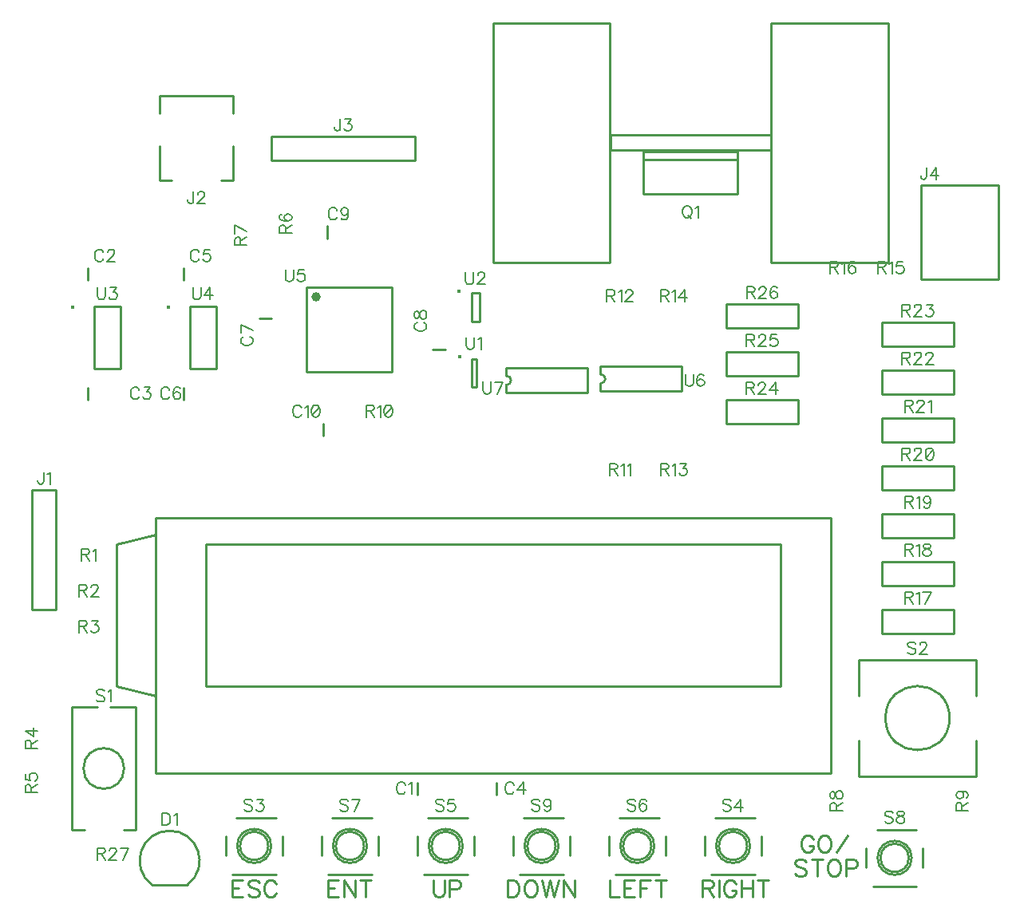
<source format=gto>
G04 DipTrace 2.3.1.0*
%INcurrent-drain.gto*%
%MOIN*%
%ADD10C,0.0098*%
%ADD41C,0.0154*%
%ADD46C,0.0394*%
%ADD120C,0.0077*%
%ADD121C,0.0108*%
%FSLAX44Y44*%
G04*
G70*
G90*
G75*
G01*
%LNTopSilk*%
%LPD*%
X20651Y8559D2*
D10*
Y9071D1*
X6901Y30059D2*
Y30571D1*
Y25059D2*
Y25571D1*
X23976Y9071D2*
Y8559D1*
X10901Y30059D2*
Y30571D1*
Y25059D2*
Y25571D1*
X14059Y28479D2*
X14571D1*
X21821Y27151D2*
X21309D1*
X16901Y31809D2*
Y32321D1*
X16729Y24071D2*
Y23559D1*
X11064Y4815D2*
X9566D1*
X11067Y4817D2*
G03X9563Y4817I-752J998D01*
G01*
X35416Y35506D2*
X28714D1*
Y36124D1*
X35416D1*
Y35506D1*
X40315Y30815D2*
X35431D1*
Y40815D1*
X40315D1*
Y30815D1*
X28699D2*
X23815D1*
Y40815D1*
X28699D1*
Y30815D1*
X4565Y16315D2*
X5565D1*
X4565Y21315D2*
Y16315D1*
X5565Y21315D2*
Y16315D1*
X4565Y21315D2*
X5565D1*
X12970Y37780D2*
X9900D1*
X12970Y35654D2*
Y34236D1*
X9900Y35654D2*
Y34236D1*
X12970Y37780D2*
Y37032D1*
X9900Y37780D2*
Y37032D1*
X12970Y34236D2*
X12478D1*
X10392D2*
X9900D1*
X14565Y35065D2*
X20565D1*
X14565Y36065D2*
X20565D1*
X14565Y35065D2*
Y36065D1*
X20565Y35065D2*
Y36065D1*
X44929Y34049D2*
X41701D1*
Y30112D1*
X44929D1*
Y34049D1*
X9728Y20130D2*
X37915D1*
Y9460D1*
X9728D1*
Y20130D1*
X11814Y19047D2*
X35829D1*
Y13102D1*
X11814D1*
Y19047D1*
X9728Y19441D2*
X8112Y19047D1*
Y13102D1*
X9728Y12708D1*
X30096Y35440D2*
X34034D1*
Y33669D1*
X30096D1*
Y35440D1*
Y35086D2*
X34034D1*
X40064Y16315D2*
X43066D1*
Y15315D2*
Y16315D1*
X40064Y15315D2*
X43066D1*
X40064D2*
Y16315D1*
Y18315D2*
X43066D1*
Y17315D2*
Y18315D1*
X40064Y17315D2*
X43066D1*
X40064D2*
Y18315D1*
Y20315D2*
X43066D1*
Y19315D2*
Y20315D1*
X40064Y19315D2*
X43066D1*
X40064D2*
Y20315D1*
Y22315D2*
X43066D1*
Y21315D2*
Y22315D1*
X40064Y21315D2*
X43066D1*
X40064D2*
Y22315D1*
Y24315D2*
X43066D1*
Y23315D2*
Y24315D1*
X40064Y23315D2*
X43066D1*
X40064D2*
Y24315D1*
Y26315D2*
X43066D1*
Y25315D2*
Y26315D1*
X40064Y25315D2*
X43066D1*
X40064D2*
Y26315D1*
Y28315D2*
X43066D1*
Y27315D2*
Y28315D1*
X40064Y27315D2*
X43066D1*
X40064D2*
Y28315D1*
X33564Y25065D2*
X36566D1*
Y24065D2*
Y25065D1*
X33564Y24065D2*
X36566D1*
X33564D2*
Y25065D1*
Y27065D2*
X36566D1*
Y26065D2*
Y27065D1*
X33564Y26065D2*
X36566D1*
X33564D2*
Y27065D1*
Y29065D2*
X36566D1*
Y28065D2*
Y29065D1*
X33564Y28065D2*
X36566D1*
X33564D2*
Y29065D1*
X6226Y12224D2*
X7290D1*
X6718Y9665D2*
G02X6718Y9665I847J0D01*
G01*
X6778Y7106D2*
X6226D1*
Y7146D2*
Y12224D1*
X7840D2*
X8904D1*
Y7106D1*
X8392D1*
X40210Y11768D2*
G02X40210Y11768I1339J0D01*
G01*
X39108Y14209D2*
X43990D1*
X39108D2*
Y12712D1*
Y10823D2*
Y9327D1*
X43990D1*
Y14209D2*
Y12712D1*
Y10823D2*
Y9327D1*
X13136Y6429D2*
G02X13136Y6429I709J0D01*
G01*
X12939Y5248D2*
X14750D1*
X15026Y6035D2*
Y6823D1*
X14750Y7610D2*
X13097D1*
X12663Y6823D2*
Y6035D1*
X13254Y6429D2*
G02X13254Y6429I590J0D01*
G01*
X33136D2*
G02X33136Y6429I709J0D01*
G01*
X32939Y5248D2*
X34750D1*
X35026Y6035D2*
Y6823D1*
X34750Y7610D2*
X33097D1*
X32663Y6823D2*
Y6035D1*
X33254Y6429D2*
G02X33254Y6429I590J0D01*
G01*
X21136D2*
G02X21136Y6429I709J0D01*
G01*
X20939Y5248D2*
X22750D1*
X23026Y6035D2*
Y6823D1*
X22750Y7610D2*
X21097D1*
X20663Y6823D2*
Y6035D1*
X21254Y6429D2*
G02X21254Y6429I590J0D01*
G01*
X29136D2*
G02X29136Y6429I709J0D01*
G01*
X28939Y5248D2*
X30750D1*
X31026Y6035D2*
Y6823D1*
X30750Y7610D2*
X29097D1*
X28663Y6823D2*
Y6035D1*
X29254Y6429D2*
G02X29254Y6429I590J0D01*
G01*
X17136D2*
G02X17136Y6429I709J0D01*
G01*
X16939Y5248D2*
X18750D1*
X19026Y6035D2*
Y6823D1*
X18750Y7610D2*
X17097D1*
X16663Y6823D2*
Y6035D1*
X17254Y6429D2*
G02X17254Y6429I590J0D01*
G01*
X39886Y5929D2*
G02X39886Y5929I709J0D01*
G01*
X39689Y4748D2*
X41500D1*
X41776Y5535D2*
Y6323D1*
X41500Y7110D2*
X39847D1*
X39413Y6323D2*
Y5535D1*
X40004Y5929D2*
G02X40004Y5929I590J0D01*
G01*
X25136Y6429D2*
G02X25136Y6429I709J0D01*
G01*
X24939Y5248D2*
X26750D1*
X27026Y6035D2*
Y6823D1*
X26750Y7610D2*
X25097D1*
X24663Y6823D2*
Y6035D1*
X25254Y6429D2*
G02X25254Y6429I590J0D01*
G01*
D41*
X22418Y26873D3*
X22919Y26781D2*
D10*
Y25600D1*
X23116D1*
Y26781D1*
X22919D1*
D41*
X22399Y29584D3*
X22939Y29532D2*
D10*
Y28350D1*
X23254Y29532D2*
Y28350D1*
X22939D2*
X23254D1*
X22939Y29532D2*
X23254D1*
D41*
X6263Y28948D3*
X7156Y28959D2*
D10*
Y26360D1*
X8258Y28959D2*
Y26360D1*
X7156D2*
X8258D1*
X7156Y28959D2*
X8258D1*
D41*
X10263Y28948D3*
X11156Y28959D2*
D10*
Y26360D1*
X12258Y28959D2*
Y26360D1*
X11156D2*
X12258D1*
X11156Y28959D2*
X12258D1*
X16038Y29762D2*
X19581D1*
Y26219D1*
X16038D1*
Y29762D1*
D46*
X16431Y29368D3*
X28309Y25429D2*
D10*
X31695D1*
X28309Y26453D2*
X31695D1*
Y25429D2*
Y26453D1*
X28309Y25429D2*
Y25744D1*
Y26138D2*
Y26453D1*
Y25744D2*
G03X28309Y26138I0J197D01*
G01*
X24372Y25366D2*
X27758D1*
X24372Y26390D2*
X27758D1*
Y25366D2*
Y26390D1*
X24372Y25366D2*
Y25681D1*
Y26075D2*
Y26390D1*
Y25681D2*
G03X24372Y26075I0J197D01*
G01*
X20152Y8973D2*
D120*
X20129Y9021D1*
X20081Y9069D1*
X20033Y9093D1*
X19937D1*
X19889Y9069D1*
X19842Y9021D1*
X19817Y8973D1*
X19794Y8901D1*
Y8781D1*
X19817Y8710D1*
X19842Y8662D1*
X19889Y8614D1*
X19937Y8590D1*
X20033D1*
X20081Y8614D1*
X20129Y8662D1*
X20152Y8710D1*
X20307Y8996D2*
X20355Y9021D1*
X20427Y9092D1*
Y8590D1*
X7545Y31223D2*
X7521Y31271D1*
X7473Y31319D1*
X7426Y31343D1*
X7330D1*
X7282Y31319D1*
X7234Y31271D1*
X7210Y31223D1*
X7186Y31151D1*
Y31031D1*
X7210Y30960D1*
X7234Y30912D1*
X7282Y30864D1*
X7330Y30840D1*
X7426D1*
X7473Y30864D1*
X7521Y30912D1*
X7545Y30960D1*
X7724Y31223D2*
Y31246D1*
X7747Y31294D1*
X7771Y31318D1*
X7819Y31342D1*
X7915D1*
X7962Y31318D1*
X7986Y31294D1*
X8010Y31246D1*
Y31199D1*
X7986Y31151D1*
X7939Y31079D1*
X7699Y30840D1*
X8034D1*
X9045Y25473D2*
X9021Y25521D1*
X8973Y25569D1*
X8926Y25593D1*
X8830D1*
X8782Y25569D1*
X8734Y25521D1*
X8710Y25473D1*
X8686Y25401D1*
Y25281D1*
X8710Y25210D1*
X8734Y25162D1*
X8782Y25114D1*
X8830Y25090D1*
X8926D1*
X8973Y25114D1*
X9021Y25162D1*
X9045Y25210D1*
X9247Y25592D2*
X9510D1*
X9367Y25401D1*
X9439D1*
X9486Y25377D1*
X9510Y25353D1*
X9534Y25281D1*
Y25234D1*
X9510Y25162D1*
X9462Y25114D1*
X9391Y25090D1*
X9319D1*
X9247Y25114D1*
X9224Y25138D1*
X9199Y25186D1*
X24691Y8973D2*
X24667Y9021D1*
X24619Y9069D1*
X24571Y9093D1*
X24476D1*
X24427Y9069D1*
X24380Y9021D1*
X24356Y8973D1*
X24332Y8901D1*
Y8781D1*
X24356Y8710D1*
X24380Y8662D1*
X24427Y8614D1*
X24476Y8590D1*
X24571D1*
X24619Y8614D1*
X24667Y8662D1*
X24691Y8710D1*
X25084Y8590D2*
Y9092D1*
X24845Y8758D1*
X25204D1*
X11545Y31223D2*
X11521Y31271D1*
X11473Y31319D1*
X11426Y31343D1*
X11330D1*
X11282Y31319D1*
X11234Y31271D1*
X11210Y31223D1*
X11186Y31151D1*
Y31031D1*
X11210Y30960D1*
X11234Y30912D1*
X11282Y30864D1*
X11330Y30840D1*
X11426D1*
X11473Y30864D1*
X11521Y30912D1*
X11545Y30960D1*
X11986Y31342D2*
X11747D1*
X11724Y31127D1*
X11747Y31151D1*
X11819Y31175D1*
X11891D1*
X11962Y31151D1*
X12010Y31103D1*
X12034Y31031D1*
Y30984D1*
X12010Y30912D1*
X11962Y30864D1*
X11891Y30840D1*
X11819D1*
X11747Y30864D1*
X11724Y30888D1*
X11699Y30936D1*
X10307Y25473D2*
X10283Y25521D1*
X10235Y25569D1*
X10188Y25593D1*
X10092D1*
X10044Y25569D1*
X9996Y25521D1*
X9972Y25473D1*
X9948Y25401D1*
Y25281D1*
X9972Y25210D1*
X9996Y25162D1*
X10044Y25114D1*
X10092Y25090D1*
X10188D1*
X10235Y25114D1*
X10283Y25162D1*
X10307Y25210D1*
X10748Y25521D2*
X10725Y25568D1*
X10653Y25592D1*
X10605D1*
X10533Y25568D1*
X10485Y25496D1*
X10461Y25377D1*
Y25258D1*
X10485Y25162D1*
X10533Y25114D1*
X10605Y25090D1*
X10629D1*
X10700Y25114D1*
X10748Y25162D1*
X10772Y25234D1*
Y25258D1*
X10748Y25329D1*
X10700Y25377D1*
X10629Y25401D1*
X10605D1*
X10533Y25377D1*
X10485Y25329D1*
X10461Y25258D1*
X13407Y27704D2*
X13359Y27681D1*
X13311Y27633D1*
X13287Y27585D1*
Y27489D1*
X13311Y27441D1*
X13359Y27394D1*
X13407Y27370D1*
X13479Y27346D1*
X13599D1*
X13670Y27370D1*
X13718Y27394D1*
X13766Y27441D1*
X13790Y27489D1*
Y27585D1*
X13766Y27633D1*
X13718Y27681D1*
X13670Y27704D1*
X13790Y27954D2*
X13288Y28194D1*
Y27859D1*
X20657Y28295D2*
X20609Y28271D1*
X20561Y28223D1*
X20537Y28176D1*
Y28080D1*
X20561Y28032D1*
X20609Y27985D1*
X20657Y27960D1*
X20729Y27936D1*
X20849D1*
X20920Y27960D1*
X20968Y27985D1*
X21016Y28032D1*
X21040Y28080D1*
Y28176D1*
X21016Y28223D1*
X20968Y28271D1*
X20920Y28295D1*
X20538Y28569D2*
X20562Y28498D1*
X20609Y28473D1*
X20657D1*
X20705Y28498D1*
X20729Y28545D1*
X20753Y28641D1*
X20777Y28713D1*
X20825Y28760D1*
X20872Y28784D1*
X20944D1*
X20992Y28760D1*
X21016Y28736D1*
X21040Y28665D1*
Y28569D1*
X21016Y28498D1*
X20992Y28473D1*
X20944Y28450D1*
X20872D1*
X20825Y28473D1*
X20777Y28521D1*
X20753Y28593D1*
X20729Y28688D1*
X20705Y28736D1*
X20657Y28760D1*
X20609D1*
X20562Y28736D1*
X20538Y28665D1*
Y28569D1*
X17307Y32973D2*
X17283Y33021D1*
X17235Y33069D1*
X17187Y33093D1*
X17092D1*
X17044Y33069D1*
X16996Y33021D1*
X16972Y32973D1*
X16948Y32901D1*
Y32781D1*
X16972Y32710D1*
X16996Y32662D1*
X17044Y32614D1*
X17092Y32590D1*
X17187D1*
X17235Y32614D1*
X17283Y32662D1*
X17307Y32710D1*
X17772Y32925D2*
X17748Y32853D1*
X17700Y32805D1*
X17629Y32781D1*
X17605D1*
X17533Y32805D1*
X17485Y32853D1*
X17461Y32925D1*
Y32949D1*
X17485Y33021D1*
X17533Y33068D1*
X17605Y33092D1*
X17629D1*
X17700Y33068D1*
X17748Y33021D1*
X17772Y32925D1*
Y32805D1*
X17748Y32686D1*
X17700Y32614D1*
X17629Y32590D1*
X17581D1*
X17509Y32614D1*
X17485Y32662D1*
X15817Y24723D2*
X15794Y24771D1*
X15745Y24819D1*
X15698Y24843D1*
X15602D1*
X15554Y24819D1*
X15507Y24771D1*
X15482Y24723D1*
X15459Y24651D1*
Y24531D1*
X15482Y24460D1*
X15507Y24412D1*
X15554Y24364D1*
X15602Y24340D1*
X15698D1*
X15745Y24364D1*
X15794Y24412D1*
X15817Y24460D1*
X15972Y24746D2*
X16020Y24771D1*
X16092Y24842D1*
Y24340D1*
X16390Y24842D2*
X16318Y24818D1*
X16270Y24746D1*
X16246Y24627D1*
Y24555D1*
X16270Y24436D1*
X16318Y24364D1*
X16390Y24340D1*
X16437D1*
X16509Y24364D1*
X16557Y24436D1*
X16581Y24555D1*
Y24627D1*
X16557Y24746D1*
X16509Y24818D1*
X16437Y24842D1*
X16390D1*
X16557Y24746D2*
X16270Y24436D1*
X10010Y7797D2*
Y7295D1*
X10178D1*
X10250Y7319D1*
X10298Y7367D1*
X10322Y7415D1*
X10345Y7486D1*
Y7606D1*
X10322Y7678D1*
X10298Y7725D1*
X10250Y7774D1*
X10178Y7797D1*
X10010D1*
X10500Y7701D2*
X10548Y7725D1*
X10620Y7797D1*
Y7295D1*
X5047Y22047D2*
Y21665D1*
X5024Y21593D1*
X4999Y21569D1*
X4952Y21545D1*
X4904D1*
X4856Y21569D1*
X4832Y21593D1*
X4808Y21665D1*
Y21712D1*
X5202Y21951D2*
X5250Y21975D1*
X5322Y22047D1*
Y21545D1*
X11310Y33762D2*
Y33379D1*
X11286Y33308D1*
X11262Y33284D1*
X11214Y33260D1*
X11166D1*
X11119Y33284D1*
X11095Y33308D1*
X11071Y33379D1*
Y33427D1*
X11489Y33642D2*
Y33666D1*
X11513Y33714D1*
X11536Y33738D1*
X11584Y33761D1*
X11680D1*
X11728Y33738D1*
X11751Y33714D1*
X11776Y33666D1*
Y33618D1*
X11751Y33570D1*
X11704Y33499D1*
X11464Y33260D1*
X11799D1*
X17440Y36797D2*
Y36415D1*
X17416Y36343D1*
X17392Y36319D1*
X17344Y36295D1*
X17296D1*
X17249Y36319D1*
X17225Y36343D1*
X17201Y36415D1*
Y36462D1*
X17642Y36797D2*
X17905D1*
X17762Y36605D1*
X17834D1*
X17881Y36582D1*
X17905Y36558D1*
X17929Y36486D1*
Y36439D1*
X17905Y36367D1*
X17857Y36319D1*
X17786Y36295D1*
X17714D1*
X17642Y36319D1*
X17619Y36343D1*
X17594Y36390D1*
X41928Y34781D2*
Y34399D1*
X41904Y34327D1*
X41880Y34303D1*
X41832Y34279D1*
X41784D1*
X41737Y34303D1*
X41713Y34327D1*
X41689Y34399D1*
Y34447D1*
X42322Y34279D2*
Y34781D1*
X42083Y34447D1*
X42441D1*
X31880Y33173D2*
X31832Y33150D1*
X31784Y33101D1*
X31761Y33053D1*
X31736Y32981D1*
Y32862D1*
X31761Y32790D1*
X31784Y32743D1*
X31832Y32695D1*
X31880Y32671D1*
X31976D1*
X32024Y32695D1*
X32071Y32743D1*
X32095Y32790D1*
X32119Y32862D1*
Y32981D1*
X32095Y33053D1*
X32071Y33101D1*
X32024Y33150D1*
X31976Y33173D1*
X31880D1*
X31952Y32766D2*
X32095Y32623D1*
X32274Y33077D2*
X32322Y33101D1*
X32394Y33172D1*
Y32670D1*
X6634Y18603D2*
X6849D1*
X6921Y18628D1*
X6946Y18651D1*
X6969Y18699D1*
Y18747D1*
X6946Y18794D1*
X6921Y18819D1*
X6849Y18843D1*
X6634D1*
Y18340D1*
X6802Y18603D2*
X6969Y18340D1*
X7124Y18746D2*
X7172Y18771D1*
X7244Y18842D1*
Y18340D1*
X6527Y17103D2*
X6742D1*
X6814Y17128D1*
X6838Y17151D1*
X6862Y17199D1*
Y17247D1*
X6838Y17294D1*
X6814Y17319D1*
X6742Y17343D1*
X6527D1*
Y16840D1*
X6694Y17103D2*
X6862Y16840D1*
X7041Y17223D2*
Y17246D1*
X7064Y17294D1*
X7088Y17318D1*
X7136Y17342D1*
X7232D1*
X7279Y17318D1*
X7303Y17294D1*
X7327Y17246D1*
Y17199D1*
X7303Y17151D1*
X7256Y17079D1*
X7016Y16840D1*
X7351D1*
X6527Y15603D2*
X6742D1*
X6814Y15628D1*
X6838Y15651D1*
X6862Y15699D1*
Y15747D1*
X6838Y15794D1*
X6814Y15819D1*
X6742Y15843D1*
X6527D1*
Y15340D1*
X6694Y15603D2*
X6862Y15340D1*
X7064Y15842D2*
X7327D1*
X7184Y15651D1*
X7256D1*
X7303Y15627D1*
X7327Y15603D1*
X7351Y15531D1*
Y15484D1*
X7327Y15412D1*
X7279Y15364D1*
X7207Y15340D1*
X7136D1*
X7064Y15364D1*
X7041Y15388D1*
X7016Y15436D1*
X4527Y10515D2*
Y10730D1*
X4502Y10802D1*
X4479Y10826D1*
X4431Y10850D1*
X4383D1*
X4336Y10826D1*
X4311Y10802D1*
X4287Y10730D1*
Y10515D1*
X4790D1*
X4527Y10682D2*
X4790Y10850D1*
Y11244D2*
X4288D1*
X4622Y11004D1*
Y11363D1*
X4528Y8651D2*
Y8866D1*
X4503Y8938D1*
X4480Y8962D1*
X4432Y8986D1*
X4384D1*
X4337Y8962D1*
X4312Y8938D1*
X4288Y8866D1*
Y8651D1*
X4791D1*
X4528Y8818D2*
X4791Y8986D1*
X4289Y9427D2*
Y9188D1*
X4504Y9165D1*
X4480Y9188D1*
X4456Y9260D1*
Y9331D1*
X4480Y9403D1*
X4528Y9451D1*
X4600Y9475D1*
X4647D1*
X4719Y9451D1*
X4767Y9403D1*
X4791Y9331D1*
Y9260D1*
X4767Y9188D1*
X4743Y9165D1*
X4695Y9140D1*
X15152Y32039D2*
Y32254D1*
X15127Y32326D1*
X15104Y32350D1*
X15056Y32374D1*
X15008D1*
X14961Y32350D1*
X14936Y32326D1*
X14912Y32254D1*
Y32039D1*
X15415D1*
X15152Y32207D2*
X15415Y32374D1*
X14984Y32815D2*
X14937Y32791D1*
X14913Y32720D1*
Y32672D1*
X14937Y32600D1*
X15009Y32552D1*
X15128Y32528D1*
X15247D1*
X15343Y32552D1*
X15391Y32600D1*
X15415Y32672D1*
Y32696D1*
X15391Y32767D1*
X15343Y32815D1*
X15271Y32839D1*
X15247D1*
X15176Y32815D1*
X15128Y32767D1*
X15104Y32696D1*
Y32672D1*
X15128Y32600D1*
X15176Y32552D1*
X15247Y32528D1*
X13277Y31527D2*
Y31742D1*
X13252Y31814D1*
X13229Y31838D1*
X13181Y31862D1*
X13133D1*
X13086Y31838D1*
X13061Y31814D1*
X13037Y31742D1*
Y31527D1*
X13540D1*
X13277Y31694D2*
X13540Y31862D1*
Y32112D2*
X13038Y32351D1*
Y32016D1*
X38151Y7903D2*
Y8118D1*
X38127Y8190D1*
X38103Y8214D1*
X38055Y8238D1*
X38007D1*
X37960Y8214D1*
X37935Y8190D1*
X37912Y8118D1*
Y7903D1*
X38414D1*
X38151Y8071D2*
X38414Y8238D1*
X37912Y8512D2*
X37936Y8441D1*
X37983Y8416D1*
X38031D1*
X38079Y8441D1*
X38103Y8488D1*
X38127Y8584D1*
X38151Y8656D1*
X38199Y8703D1*
X38246Y8727D1*
X38318D1*
X38366Y8703D1*
X38390Y8679D1*
X38414Y8607D1*
Y8512D1*
X38390Y8441D1*
X38366Y8416D1*
X38318Y8392D1*
X38246D1*
X38199Y8416D1*
X38151Y8464D1*
X38127Y8536D1*
X38103Y8631D1*
X38079Y8679D1*
X38031Y8703D1*
X37983D1*
X37936Y8679D1*
X37912Y8607D1*
Y8512D1*
X43401Y7915D2*
Y8130D1*
X43377Y8202D1*
X43353Y8226D1*
X43305Y8250D1*
X43257D1*
X43210Y8226D1*
X43185Y8202D1*
X43162Y8130D1*
Y7915D1*
X43664D1*
X43401Y8082D2*
X43664Y8250D1*
X43329Y8715D2*
X43401Y8691D1*
X43449Y8643D1*
X43473Y8572D1*
Y8548D1*
X43449Y8476D1*
X43401Y8428D1*
X43329Y8404D1*
X43305D1*
X43233Y8428D1*
X43186Y8476D1*
X43162Y8548D1*
Y8572D1*
X43186Y8643D1*
X43233Y8691D1*
X43329Y8715D1*
X43449D1*
X43568Y8691D1*
X43640Y8643D1*
X43664Y8572D1*
Y8524D1*
X43640Y8452D1*
X43592Y8428D1*
X18517Y24603D2*
X18732D1*
X18804Y24628D1*
X18828Y24651D1*
X18852Y24699D1*
Y24747D1*
X18828Y24794D1*
X18804Y24819D1*
X18732Y24843D1*
X18517D1*
Y24340D1*
X18684Y24603D2*
X18852Y24340D1*
X19006Y24746D2*
X19054Y24771D1*
X19126Y24842D1*
Y24340D1*
X19424Y24842D2*
X19352Y24818D1*
X19304Y24746D1*
X19280Y24627D1*
Y24555D1*
X19304Y24436D1*
X19352Y24364D1*
X19424Y24340D1*
X19472D1*
X19543Y24364D1*
X19591Y24436D1*
X19615Y24555D1*
Y24627D1*
X19591Y24746D1*
X19543Y24818D1*
X19472Y24842D1*
X19424D1*
X19591Y24746D2*
X19304Y24436D1*
X28684Y22166D2*
X28899D1*
X28971Y22190D1*
X28995Y22214D1*
X29019Y22262D1*
Y22310D1*
X28995Y22357D1*
X28971Y22382D1*
X28899Y22405D1*
X28684D1*
Y21903D1*
X28852Y22166D2*
X29019Y21903D1*
X29174Y22309D2*
X29222Y22334D1*
X29293Y22405D1*
Y21903D1*
X29448Y22309D2*
X29496Y22334D1*
X29568Y22405D1*
Y21903D1*
X28577Y29416D2*
X28792D1*
X28864Y29440D1*
X28888Y29464D1*
X28912Y29512D1*
Y29560D1*
X28888Y29607D1*
X28864Y29632D1*
X28792Y29655D1*
X28577D1*
Y29153D1*
X28744Y29416D2*
X28912Y29153D1*
X29066Y29559D2*
X29114Y29584D1*
X29186Y29655D1*
Y29153D1*
X29365Y29536D2*
Y29559D1*
X29388Y29607D1*
X29412Y29631D1*
X29460Y29655D1*
X29556D1*
X29603Y29631D1*
X29627Y29607D1*
X29652Y29559D1*
Y29512D1*
X29627Y29464D1*
X29580Y29392D1*
X29340Y29153D1*
X29675D1*
X30827Y22166D2*
X31042D1*
X31114Y22190D1*
X31138Y22214D1*
X31162Y22262D1*
Y22310D1*
X31138Y22357D1*
X31114Y22382D1*
X31042Y22405D1*
X30827D1*
Y21903D1*
X30994Y22166D2*
X31162Y21903D1*
X31316Y22309D2*
X31364Y22334D1*
X31436Y22405D1*
Y21903D1*
X31638Y22405D2*
X31901D1*
X31758Y22214D1*
X31830D1*
X31877Y22190D1*
X31901Y22166D1*
X31925Y22094D1*
Y22047D1*
X31901Y21975D1*
X31853Y21927D1*
X31782Y21903D1*
X31710D1*
X31638Y21927D1*
X31615Y21951D1*
X31590Y21999D1*
X30815Y29416D2*
X31030D1*
X31102Y29440D1*
X31126Y29464D1*
X31150Y29512D1*
Y29560D1*
X31126Y29607D1*
X31102Y29632D1*
X31030Y29655D1*
X30815D1*
Y29153D1*
X30982Y29416D2*
X31150Y29153D1*
X31304Y29559D2*
X31352Y29584D1*
X31424Y29655D1*
Y29153D1*
X31818D2*
Y29655D1*
X31579Y29321D1*
X31937D1*
X39890Y30603D2*
X40105D1*
X40177Y30628D1*
X40201Y30651D1*
X40225Y30699D1*
Y30747D1*
X40201Y30794D1*
X40177Y30819D1*
X40105Y30843D1*
X39890D1*
Y30340D1*
X40057Y30603D2*
X40225Y30340D1*
X40379Y30746D2*
X40427Y30771D1*
X40499Y30842D1*
Y30340D1*
X40940Y30842D2*
X40701D1*
X40678Y30627D1*
X40701Y30651D1*
X40773Y30675D1*
X40845D1*
X40916Y30651D1*
X40965Y30603D1*
X40988Y30531D1*
Y30484D1*
X40965Y30412D1*
X40916Y30364D1*
X40845Y30340D1*
X40773D1*
X40701Y30364D1*
X40678Y30388D1*
X40653Y30436D1*
X37902Y30603D2*
X38117D1*
X38189Y30628D1*
X38213Y30651D1*
X38237Y30699D1*
Y30747D1*
X38213Y30794D1*
X38189Y30819D1*
X38117Y30843D1*
X37902D1*
Y30340D1*
X38069Y30603D2*
X38237Y30340D1*
X38391Y30746D2*
X38439Y30771D1*
X38511Y30842D1*
Y30340D1*
X38952Y30771D2*
X38929Y30818D1*
X38857Y30842D1*
X38809D1*
X38737Y30818D1*
X38689Y30746D1*
X38666Y30627D1*
Y30508D1*
X38689Y30412D1*
X38737Y30364D1*
X38809Y30340D1*
X38833D1*
X38904Y30364D1*
X38952Y30412D1*
X38976Y30484D1*
Y30508D1*
X38952Y30579D1*
X38904Y30627D1*
X38833Y30651D1*
X38809D1*
X38737Y30627D1*
X38689Y30579D1*
X38666Y30508D1*
X41016Y16808D2*
X41231D1*
X41303Y16832D1*
X41327Y16856D1*
X41351Y16904D1*
Y16952D1*
X41327Y16999D1*
X41303Y17023D1*
X41231Y17047D1*
X41016D1*
Y16545D1*
X41183Y16808D2*
X41351Y16545D1*
X41505Y16951D2*
X41553Y16975D1*
X41625Y17047D1*
Y16545D1*
X41875D2*
X42114Y17047D1*
X41779D1*
X41016Y18808D2*
X41231D1*
X41303Y18832D1*
X41327Y18856D1*
X41351Y18904D1*
Y18952D1*
X41327Y18999D1*
X41303Y19023D1*
X41231Y19047D1*
X41016D1*
Y18545D1*
X41183Y18808D2*
X41351Y18545D1*
X41505Y18951D2*
X41553Y18975D1*
X41625Y19047D1*
Y18545D1*
X41899Y19047D2*
X41828Y19023D1*
X41803Y18975D1*
Y18927D1*
X41828Y18880D1*
X41875Y18855D1*
X41971Y18832D1*
X42043Y18808D1*
X42090Y18760D1*
X42114Y18712D1*
Y18640D1*
X42090Y18593D1*
X42066Y18569D1*
X41995Y18545D1*
X41899D1*
X41828Y18569D1*
X41803Y18593D1*
X41780Y18640D1*
Y18712D1*
X41803Y18760D1*
X41851Y18808D1*
X41923Y18832D1*
X42018Y18855D1*
X42066Y18880D1*
X42090Y18927D1*
Y18975D1*
X42066Y19023D1*
X41995Y19047D1*
X41899D1*
X41028Y20808D2*
X41243D1*
X41314Y20832D1*
X41339Y20856D1*
X41363Y20904D1*
Y20952D1*
X41339Y20999D1*
X41314Y21023D1*
X41243Y21047D1*
X41028D1*
Y20545D1*
X41195Y20808D2*
X41363Y20545D1*
X41517Y20951D2*
X41565Y20975D1*
X41637Y21047D1*
Y20545D1*
X42102Y20880D2*
X42078Y20808D1*
X42031Y20760D1*
X41959Y20736D1*
X41935D1*
X41863Y20760D1*
X41816Y20808D1*
X41791Y20880D1*
Y20904D1*
X41816Y20975D1*
X41863Y21023D1*
X41935Y21047D1*
X41959D1*
X42031Y21023D1*
X42078Y20975D1*
X42102Y20880D1*
Y20760D1*
X42078Y20640D1*
X42031Y20569D1*
X41959Y20545D1*
X41911D1*
X41839Y20569D1*
X41816Y20617D1*
X40908Y22808D2*
X41123D1*
X41195Y22832D1*
X41219Y22856D1*
X41243Y22904D1*
Y22952D1*
X41219Y22999D1*
X41195Y23023D1*
X41123Y23047D1*
X40908D1*
Y22545D1*
X41076Y22808D2*
X41243Y22545D1*
X41422Y22927D2*
Y22951D1*
X41446Y22999D1*
X41469Y23023D1*
X41517Y23047D1*
X41613D1*
X41661Y23023D1*
X41684Y22999D1*
X41709Y22951D1*
Y22904D1*
X41684Y22855D1*
X41637Y22784D1*
X41398Y22545D1*
X41732D1*
X42031Y23047D2*
X41959Y23023D1*
X41911Y22951D1*
X41887Y22832D1*
Y22760D1*
X41911Y22640D1*
X41959Y22569D1*
X42031Y22545D1*
X42078D1*
X42150Y22569D1*
X42197Y22640D1*
X42222Y22760D1*
Y22832D1*
X42197Y22951D1*
X42150Y23023D1*
X42078Y23047D1*
X42031D1*
X42197Y22951D2*
X41911Y22640D1*
X41016Y24808D2*
X41231D1*
X41303Y24832D1*
X41327Y24856D1*
X41351Y24904D1*
Y24952D1*
X41327Y24999D1*
X41303Y25023D1*
X41231Y25047D1*
X41016D1*
Y24545D1*
X41183Y24808D2*
X41351Y24545D1*
X41529Y24927D2*
Y24951D1*
X41553Y24999D1*
X41577Y25023D1*
X41625Y25047D1*
X41721D1*
X41768Y25023D1*
X41792Y24999D1*
X41816Y24951D1*
Y24904D1*
X41792Y24855D1*
X41744Y24784D1*
X41505Y24545D1*
X41840D1*
X41994Y24951D2*
X42042Y24975D1*
X42114Y25047D1*
Y24545D1*
X40908Y26808D2*
X41123D1*
X41195Y26832D1*
X41219Y26856D1*
X41243Y26904D1*
Y26952D1*
X41219Y26999D1*
X41195Y27023D1*
X41123Y27047D1*
X40908D1*
Y26545D1*
X41076Y26808D2*
X41243Y26545D1*
X41422Y26927D2*
Y26951D1*
X41446Y26999D1*
X41469Y27023D1*
X41517Y27047D1*
X41613D1*
X41661Y27023D1*
X41684Y26999D1*
X41709Y26951D1*
Y26904D1*
X41684Y26855D1*
X41637Y26784D1*
X41398Y26545D1*
X41732D1*
X41911Y26927D2*
Y26951D1*
X41935Y26999D1*
X41959Y27023D1*
X42007Y27047D1*
X42102D1*
X42150Y27023D1*
X42174Y26999D1*
X42198Y26951D1*
Y26904D1*
X42174Y26855D1*
X42126Y26784D1*
X41887Y26545D1*
X42222D1*
X40908Y28808D2*
X41123D1*
X41195Y28832D1*
X41219Y28856D1*
X41243Y28904D1*
Y28952D1*
X41219Y28999D1*
X41195Y29023D1*
X41123Y29047D1*
X40908D1*
Y28545D1*
X41076Y28808D2*
X41243Y28545D1*
X41422Y28927D2*
Y28951D1*
X41446Y28999D1*
X41469Y29023D1*
X41517Y29047D1*
X41613D1*
X41661Y29023D1*
X41684Y28999D1*
X41709Y28951D1*
Y28904D1*
X41684Y28855D1*
X41637Y28784D1*
X41398Y28545D1*
X41732D1*
X41935Y29047D2*
X42197D1*
X42054Y28855D1*
X42126D1*
X42174Y28832D1*
X42197Y28808D1*
X42222Y28736D1*
Y28689D1*
X42197Y28617D1*
X42150Y28569D1*
X42078Y28545D1*
X42006D1*
X41935Y28569D1*
X41911Y28593D1*
X41887Y28640D1*
X34396Y25558D2*
X34611D1*
X34683Y25582D1*
X34707Y25606D1*
X34731Y25654D1*
Y25702D1*
X34707Y25749D1*
X34683Y25773D1*
X34611Y25797D1*
X34396D1*
Y25295D1*
X34564Y25558D2*
X34731Y25295D1*
X34910Y25677D2*
Y25701D1*
X34934Y25749D1*
X34958Y25773D1*
X35006Y25797D1*
X35101D1*
X35149Y25773D1*
X35172Y25749D1*
X35197Y25701D1*
Y25654D1*
X35172Y25605D1*
X35125Y25534D1*
X34886Y25295D1*
X35221D1*
X35614D2*
Y25797D1*
X35375Y25462D1*
X35734D1*
X34408Y27558D2*
X34623D1*
X34695Y27582D1*
X34719Y27606D1*
X34743Y27654D1*
Y27702D1*
X34719Y27749D1*
X34695Y27773D1*
X34623Y27797D1*
X34408D1*
Y27295D1*
X34576Y27558D2*
X34743Y27295D1*
X34922Y27677D2*
Y27701D1*
X34946Y27749D1*
X34969Y27773D1*
X35017Y27797D1*
X35113D1*
X35161Y27773D1*
X35184Y27749D1*
X35209Y27701D1*
Y27654D1*
X35184Y27605D1*
X35137Y27534D1*
X34898Y27295D1*
X35232D1*
X35674Y27797D2*
X35435D1*
X35411Y27582D1*
X35435Y27605D1*
X35507Y27630D1*
X35578D1*
X35650Y27605D1*
X35698Y27558D1*
X35722Y27486D1*
Y27439D1*
X35698Y27367D1*
X35650Y27319D1*
X35578Y27295D1*
X35507D1*
X35435Y27319D1*
X35411Y27343D1*
X35387Y27390D1*
X34420Y29558D2*
X34635D1*
X34707Y29582D1*
X34732Y29606D1*
X34755Y29654D1*
Y29702D1*
X34732Y29749D1*
X34707Y29773D1*
X34635Y29797D1*
X34420D1*
Y29295D1*
X34588Y29558D2*
X34755Y29295D1*
X34934Y29677D2*
Y29701D1*
X34958Y29749D1*
X34982Y29773D1*
X35030Y29797D1*
X35125D1*
X35173Y29773D1*
X35197Y29749D1*
X35221Y29701D1*
Y29654D1*
X35197Y29605D1*
X35149Y29534D1*
X34910Y29295D1*
X35245D1*
X35686Y29725D2*
X35662Y29773D1*
X35590Y29797D1*
X35543D1*
X35471Y29773D1*
X35423Y29701D1*
X35399Y29582D1*
Y29462D1*
X35423Y29367D1*
X35471Y29319D1*
X35543Y29295D1*
X35566D1*
X35638Y29319D1*
X35686Y29367D1*
X35710Y29439D1*
Y29462D1*
X35686Y29534D1*
X35638Y29582D1*
X35566Y29605D1*
X35543D1*
X35471Y29582D1*
X35423Y29534D1*
X35399Y29462D1*
X7282Y6103D2*
X7497D1*
X7569Y6128D1*
X7593Y6151D1*
X7617Y6199D1*
Y6247D1*
X7593Y6294D1*
X7569Y6319D1*
X7497Y6343D1*
X7282D1*
Y5840D1*
X7450Y6103D2*
X7617Y5840D1*
X7796Y6223D2*
Y6246D1*
X7820Y6294D1*
X7843Y6318D1*
X7891Y6342D1*
X7987D1*
X8035Y6318D1*
X8058Y6294D1*
X8083Y6246D1*
Y6199D1*
X8058Y6151D1*
X8011Y6079D1*
X7772Y5840D1*
X8106D1*
X8356D2*
X8596Y6342D1*
X8261D1*
X7595Y12885D2*
X7548Y12933D1*
X7476Y12957D1*
X7380D1*
X7308Y12933D1*
X7260Y12885D1*
Y12837D1*
X7285Y12789D1*
X7308Y12765D1*
X7356Y12742D1*
X7500Y12694D1*
X7548Y12670D1*
X7572Y12646D1*
X7595Y12598D1*
Y12526D1*
X7548Y12479D1*
X7476Y12454D1*
X7380D1*
X7308Y12479D1*
X7260Y12526D1*
X7750Y12861D2*
X7798Y12885D1*
X7870Y12956D1*
Y12454D1*
X41472Y14869D2*
X41425Y14917D1*
X41353Y14941D1*
X41257D1*
X41185Y14917D1*
X41137Y14869D1*
Y14822D1*
X41161Y14773D1*
X41185Y14750D1*
X41233Y14726D1*
X41376Y14678D1*
X41425Y14654D1*
X41448Y14630D1*
X41472Y14582D1*
Y14510D1*
X41425Y14463D1*
X41353Y14439D1*
X41257D1*
X41185Y14463D1*
X41137Y14510D1*
X41651Y14821D2*
Y14845D1*
X41675Y14893D1*
X41698Y14917D1*
X41746Y14940D1*
X41842D1*
X41890Y14917D1*
X41913Y14893D1*
X41938Y14845D1*
Y14797D1*
X41913Y14749D1*
X41866Y14678D1*
X41626Y14439D1*
X41961D1*
X13767Y8310D2*
X13720Y8358D1*
X13648Y8382D1*
X13552D1*
X13480Y8358D1*
X13432Y8310D1*
Y8262D1*
X13457Y8214D1*
X13480Y8191D1*
X13528Y8167D1*
X13672Y8119D1*
X13720Y8095D1*
X13744Y8071D1*
X13767Y8023D1*
Y7951D1*
X13720Y7904D1*
X13648Y7879D1*
X13552D1*
X13480Y7904D1*
X13432Y7951D1*
X13970Y8381D2*
X14232D1*
X14089Y8190D1*
X14161D1*
X14209Y8166D1*
X14232Y8143D1*
X14257Y8071D1*
Y8023D1*
X14232Y7951D1*
X14185Y7903D1*
X14113Y7879D1*
X14041D1*
X13970Y7903D1*
X13946Y7928D1*
X13922Y7975D1*
X33755Y8310D2*
X33708Y8358D1*
X33636Y8382D1*
X33540D1*
X33469Y8358D1*
X33421Y8310D1*
Y8262D1*
X33445Y8214D1*
X33469Y8191D1*
X33516Y8167D1*
X33660Y8119D1*
X33708Y8095D1*
X33732Y8071D1*
X33755Y8023D1*
Y7951D1*
X33708Y7904D1*
X33636Y7879D1*
X33540D1*
X33469Y7904D1*
X33421Y7951D1*
X34149Y7879D2*
Y8381D1*
X33910Y8047D1*
X34269D1*
X21767Y8310D2*
X21720Y8358D1*
X21648Y8382D1*
X21552D1*
X21480Y8358D1*
X21432Y8310D1*
Y8262D1*
X21457Y8214D1*
X21480Y8191D1*
X21528Y8167D1*
X21672Y8119D1*
X21720Y8095D1*
X21744Y8071D1*
X21767Y8023D1*
Y7951D1*
X21720Y7904D1*
X21648Y7879D1*
X21552D1*
X21480Y7904D1*
X21432Y7951D1*
X22209Y8381D2*
X21970D1*
X21946Y8166D1*
X21970Y8190D1*
X22042Y8214D1*
X22113D1*
X22185Y8190D1*
X22233Y8143D1*
X22257Y8071D1*
Y8023D1*
X22233Y7951D1*
X22185Y7903D1*
X22113Y7879D1*
X22042D1*
X21970Y7903D1*
X21946Y7928D1*
X21922Y7975D1*
X29779Y8310D2*
X29732Y8358D1*
X29660Y8382D1*
X29564D1*
X29493Y8358D1*
X29445Y8310D1*
Y8262D1*
X29469Y8214D1*
X29493Y8191D1*
X29540Y8167D1*
X29684Y8119D1*
X29732Y8095D1*
X29756Y8071D1*
X29779Y8023D1*
Y7951D1*
X29732Y7904D1*
X29660Y7879D1*
X29564D1*
X29493Y7904D1*
X29445Y7951D1*
X30221Y8310D2*
X30197Y8358D1*
X30125Y8381D1*
X30078D1*
X30006Y8358D1*
X29958Y8286D1*
X29934Y8166D1*
Y8047D1*
X29958Y7951D1*
X30006Y7903D1*
X30078Y7879D1*
X30101D1*
X30173Y7903D1*
X30221Y7951D1*
X30244Y8023D1*
Y8047D1*
X30221Y8119D1*
X30173Y8166D1*
X30101Y8190D1*
X30078D1*
X30006Y8166D1*
X29958Y8119D1*
X29934Y8047D1*
X17767Y8310D2*
X17720Y8358D1*
X17648Y8382D1*
X17552D1*
X17480Y8358D1*
X17432Y8310D1*
Y8262D1*
X17457Y8214D1*
X17480Y8191D1*
X17528Y8167D1*
X17672Y8119D1*
X17720Y8095D1*
X17744Y8071D1*
X17767Y8023D1*
Y7951D1*
X17720Y7904D1*
X17648Y7879D1*
X17552D1*
X17480Y7904D1*
X17432Y7951D1*
X18017Y7879D2*
X18257Y8381D1*
X17922D1*
X40518Y7810D2*
X40470Y7858D1*
X40398Y7882D1*
X40303D1*
X40231Y7858D1*
X40183Y7810D1*
Y7762D1*
X40207Y7714D1*
X40231Y7691D1*
X40278Y7667D1*
X40422Y7619D1*
X40470Y7595D1*
X40494Y7571D1*
X40518Y7523D1*
Y7451D1*
X40470Y7404D1*
X40398Y7379D1*
X40303D1*
X40231Y7404D1*
X40183Y7451D1*
X40791Y7881D2*
X40720Y7858D1*
X40696Y7810D1*
Y7762D1*
X40720Y7714D1*
X40768Y7690D1*
X40863Y7666D1*
X40935Y7643D1*
X40983Y7594D1*
X41006Y7547D1*
Y7475D1*
X40983Y7428D1*
X40959Y7403D1*
X40887Y7379D1*
X40791D1*
X40720Y7403D1*
X40696Y7428D1*
X40672Y7475D1*
Y7547D1*
X40696Y7594D1*
X40744Y7643D1*
X40815Y7666D1*
X40911Y7690D1*
X40959Y7714D1*
X40983Y7762D1*
Y7810D1*
X40959Y7858D1*
X40887Y7881D1*
X40791D1*
X25779Y8310D2*
X25732Y8358D1*
X25660Y8382D1*
X25564D1*
X25492Y8358D1*
X25444Y8310D1*
Y8262D1*
X25469Y8214D1*
X25492Y8191D1*
X25540Y8167D1*
X25684Y8119D1*
X25732Y8095D1*
X25755Y8071D1*
X25779Y8023D1*
Y7951D1*
X25732Y7904D1*
X25660Y7879D1*
X25564D1*
X25492Y7904D1*
X25444Y7951D1*
X26245Y8214D2*
X26220Y8143D1*
X26173Y8094D1*
X26101Y8071D1*
X26077D1*
X26005Y8094D1*
X25958Y8143D1*
X25934Y8214D1*
Y8238D1*
X25958Y8310D1*
X26005Y8358D1*
X26077Y8381D1*
X26101D1*
X26173Y8358D1*
X26220Y8310D1*
X26245Y8214D1*
Y8094D1*
X26220Y7975D1*
X26173Y7903D1*
X26101Y7879D1*
X26054D1*
X25982Y7903D1*
X25958Y7951D1*
X22704Y27683D2*
Y27324D1*
X22728Y27252D1*
X22776Y27205D1*
X22848Y27180D1*
X22896D1*
X22967Y27205D1*
X23016Y27252D1*
X23039Y27324D1*
Y27683D1*
X23194Y27587D2*
X23242Y27611D1*
X23314Y27682D1*
Y27180D1*
X22671Y30393D2*
Y30035D1*
X22695Y29963D1*
X22743Y29915D1*
X22815Y29891D1*
X22862D1*
X22934Y29915D1*
X22982Y29963D1*
X23006Y30035D1*
Y30393D1*
X23185Y30273D2*
Y30297D1*
X23208Y30345D1*
X23232Y30369D1*
X23280Y30393D1*
X23376D1*
X23423Y30369D1*
X23447Y30345D1*
X23472Y30297D1*
Y30250D1*
X23447Y30202D1*
X23400Y30130D1*
X23160Y29891D1*
X23495D1*
X7295Y29758D2*
Y29399D1*
X7318Y29327D1*
X7366Y29279D1*
X7438Y29255D1*
X7486D1*
X7558Y29279D1*
X7606Y29327D1*
X7630Y29399D1*
Y29758D1*
X7832Y29757D2*
X8095D1*
X7951Y29566D1*
X8023D1*
X8071Y29542D1*
X8095Y29518D1*
X8119Y29446D1*
Y29399D1*
X8095Y29327D1*
X8047Y29279D1*
X7975Y29255D1*
X7903D1*
X7832Y29279D1*
X7808Y29303D1*
X7784Y29351D1*
X11283Y29758D2*
Y29399D1*
X11306Y29327D1*
X11355Y29279D1*
X11426Y29255D1*
X11474D1*
X11546Y29279D1*
X11594Y29327D1*
X11618Y29399D1*
Y29758D1*
X12011Y29255D2*
Y29757D1*
X11772Y29423D1*
X12131D1*
X15147Y30512D2*
Y30153D1*
X15171Y30081D1*
X15219Y30034D1*
X15291Y30009D1*
X15338D1*
X15410Y30034D1*
X15458Y30081D1*
X15482Y30153D1*
Y30512D1*
X15923Y30511D2*
X15684D1*
X15661Y30296D1*
X15684Y30320D1*
X15756Y30344D1*
X15828D1*
X15899Y30320D1*
X15947Y30272D1*
X15971Y30201D1*
Y30153D1*
X15947Y30081D1*
X15899Y30033D1*
X15828Y30009D1*
X15756D1*
X15684Y30033D1*
X15661Y30057D1*
X15636Y30105D1*
X31852Y26130D2*
Y25771D1*
X31876Y25699D1*
X31924Y25652D1*
X31996Y25628D1*
X32043D1*
X32115Y25652D1*
X32163Y25699D1*
X32187Y25771D1*
Y26130D1*
X32628Y26058D2*
X32604Y26106D1*
X32533Y26129D1*
X32485D1*
X32413Y26106D1*
X32365Y26034D1*
X32341Y25914D1*
Y25795D1*
X32365Y25699D1*
X32413Y25651D1*
X32485Y25628D1*
X32509D1*
X32580Y25651D1*
X32628Y25699D1*
X32652Y25771D1*
Y25795D1*
X32628Y25867D1*
X32580Y25914D1*
X32509Y25938D1*
X32485D1*
X32413Y25914D1*
X32365Y25867D1*
X32341Y25795D1*
X23403Y25817D2*
Y25458D1*
X23427Y25386D1*
X23475Y25339D1*
X23547Y25315D1*
X23594D1*
X23666Y25339D1*
X23714Y25386D1*
X23738Y25458D1*
Y25817D1*
X23988Y25315D2*
X24227Y25816D1*
X23892D1*
X13375Y5007D2*
D121*
X12940D1*
Y4303D1*
X13375D1*
X12940Y4672D2*
X13208D1*
X14060Y4906D2*
X13993Y4973D1*
X13893Y5007D1*
X13759D1*
X13658Y4973D1*
X13591Y4906D1*
Y4839D1*
X13625Y4772D1*
X13658Y4739D1*
X13725Y4706D1*
X13926Y4638D1*
X13993Y4605D1*
X14027Y4571D1*
X14060Y4504D1*
Y4404D1*
X13993Y4337D1*
X13893Y4303D1*
X13759D1*
X13658Y4337D1*
X13591Y4404D1*
X14778Y4839D2*
X14745Y4906D1*
X14678Y4973D1*
X14611Y5007D1*
X14477D1*
X14410Y4973D1*
X14343Y4906D1*
X14309Y4839D1*
X14276Y4739D1*
Y4571D1*
X14309Y4471D1*
X14343Y4404D1*
X14410Y4337D1*
X14477Y4303D1*
X14611D1*
X14678Y4337D1*
X14745Y4404D1*
X14778Y4471D1*
X17375Y5007D2*
X16940D1*
Y4303D1*
X17375D1*
X16940Y4672D2*
X17208D1*
X18060Y5007D2*
Y4303D1*
X17591Y5007D1*
Y4303D1*
X18511Y5007D2*
Y4303D1*
X18276Y5007D2*
X18745D1*
X28690D2*
Y4303D1*
X29092D1*
X29743Y5007D2*
X29308D1*
Y4303D1*
X29743D1*
X29308Y4672D2*
X29575D1*
X30394Y5007D2*
X29959D1*
Y4303D1*
Y4672D2*
X30226D1*
X30845Y5007D2*
Y4303D1*
X30611Y5007D2*
X31079D1*
X32565Y4672D2*
X32866D1*
X32967Y4706D1*
X33001Y4739D1*
X33034Y4805D1*
Y4873D1*
X33001Y4939D1*
X32967Y4973D1*
X32866Y5007D1*
X32565D1*
Y4303D1*
X32799Y4672D2*
X33034Y4303D1*
X33250Y5007D2*
Y4303D1*
X33968Y4839D2*
X33935Y4906D1*
X33868Y4973D1*
X33801Y5007D1*
X33667D1*
X33600Y4973D1*
X33534Y4906D1*
X33499Y4839D1*
X33466Y4739D1*
Y4571D1*
X33499Y4471D1*
X33534Y4404D1*
X33600Y4337D1*
X33667Y4303D1*
X33801D1*
X33868Y4337D1*
X33935Y4404D1*
X33968Y4471D1*
Y4571D1*
X33801D1*
X34185Y5007D2*
Y4303D1*
X34653Y5007D2*
Y4303D1*
X34185Y4672D2*
X34653D1*
X35104Y5007D2*
Y4303D1*
X34870Y5007D2*
X35338D1*
X21315D2*
Y4504D1*
X21348Y4404D1*
X21416Y4337D1*
X21516Y4303D1*
X21583D1*
X21683Y4337D1*
X21751Y4404D1*
X21784Y4504D1*
Y5007D1*
X22000Y4638D2*
X22302D1*
X22402Y4672D1*
X22436Y4706D1*
X22469Y4772D1*
Y4873D1*
X22436Y4939D1*
X22402Y4973D1*
X22302Y5007D1*
X22000D1*
Y4303D1*
X24440Y5007D2*
Y4303D1*
X24674D1*
X24775Y4337D1*
X24842Y4404D1*
X24876Y4471D1*
X24909Y4571D1*
Y4739D1*
X24876Y4839D1*
X24842Y4906D1*
X24775Y4973D1*
X24674Y5007D1*
X24440D1*
X25326D2*
X25259Y4973D1*
X25192Y4906D1*
X25158Y4839D1*
X25125Y4739D1*
Y4571D1*
X25158Y4471D1*
X25192Y4404D1*
X25259Y4337D1*
X25326Y4303D1*
X25460D1*
X25527Y4337D1*
X25594Y4404D1*
X25627Y4471D1*
X25661Y4571D1*
Y4739D1*
X25627Y4839D1*
X25594Y4906D1*
X25527Y4973D1*
X25460Y5007D1*
X25326D1*
X25877D2*
X26045Y4303D1*
X26212Y5007D1*
X26379Y4303D1*
X26547Y5007D1*
X27232D2*
Y4303D1*
X26763Y5007D1*
Y4303D1*
X37192Y6714D2*
X37159Y6781D1*
X37092Y6848D1*
X37025Y6882D1*
X36891D1*
X36824Y6848D1*
X36757Y6781D1*
X36723Y6714D1*
X36690Y6614D1*
Y6446D1*
X36723Y6346D1*
X36757Y6279D1*
X36824Y6212D1*
X36891Y6178D1*
X37025D1*
X37092Y6212D1*
X37159Y6279D1*
X37192Y6346D1*
Y6446D1*
X37025D1*
X37610Y6882D2*
X37542Y6848D1*
X37476Y6781D1*
X37442Y6714D1*
X37408Y6614D1*
Y6446D1*
X37442Y6346D1*
X37476Y6279D1*
X37542Y6212D1*
X37610Y6178D1*
X37743D1*
X37810Y6212D1*
X37877Y6279D1*
X37911Y6346D1*
X37944Y6446D1*
Y6614D1*
X37911Y6714D1*
X37877Y6781D1*
X37810Y6848D1*
X37743Y6882D1*
X37610D1*
X38160Y6178D2*
X38629Y6881D1*
X36909Y5781D2*
X36842Y5848D1*
X36742Y5882D1*
X36608D1*
X36507Y5848D1*
X36440Y5781D1*
Y5714D1*
X36474Y5647D1*
X36507Y5614D1*
X36574Y5581D1*
X36775Y5513D1*
X36842Y5480D1*
X36876Y5446D1*
X36909Y5379D1*
Y5279D1*
X36842Y5212D1*
X36742Y5178D1*
X36608D1*
X36507Y5212D1*
X36440Y5279D1*
X37360Y5882D2*
Y5178D1*
X37125Y5882D2*
X37594D1*
X38011D2*
X37944Y5848D1*
X37877Y5781D1*
X37843Y5714D1*
X37810Y5614D1*
Y5446D1*
X37843Y5346D1*
X37877Y5279D1*
X37944Y5212D1*
X38011Y5178D1*
X38145D1*
X38212Y5212D1*
X38279Y5279D1*
X38312Y5346D1*
X38346Y5446D1*
Y5614D1*
X38312Y5714D1*
X38279Y5781D1*
X38212Y5848D1*
X38145Y5882D1*
X38011D1*
X38562Y5513D2*
X38863D1*
X38963Y5547D1*
X38997Y5581D1*
X39031Y5647D1*
Y5748D1*
X38997Y5814D1*
X38963Y5848D1*
X38863Y5882D1*
X38562D1*
Y5178D1*
M02*

</source>
